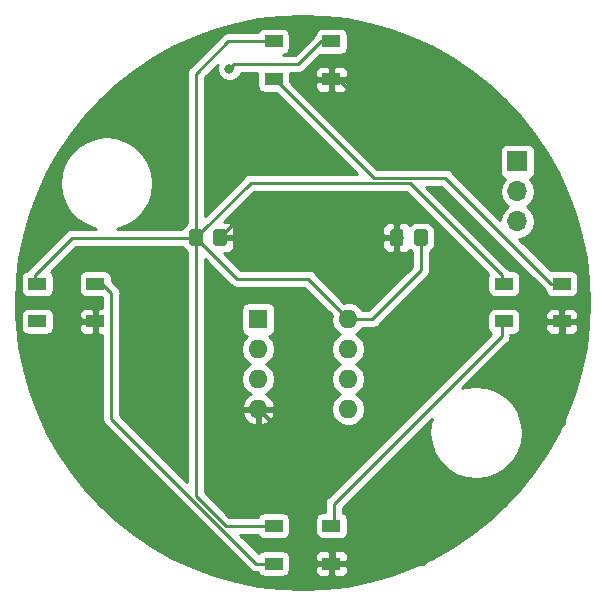
<source format=gbr>
G04 #@! TF.GenerationSoftware,KiCad,Pcbnew,5.0.2+dfsg1-1*
G04 #@! TF.CreationDate,2019-07-05T17:04:00+02:00*
G04 #@! TF.ProjectId,PollFoll,506f6c6c-466f-46c6-9c2e-6b696361645f,rev?*
G04 #@! TF.SameCoordinates,Original*
G04 #@! TF.FileFunction,Copper,L1,Top*
G04 #@! TF.FilePolarity,Positive*
%FSLAX46Y46*%
G04 Gerber Fmt 4.6, Leading zero omitted, Abs format (unit mm)*
G04 Created by KiCad (PCBNEW 5.0.2+dfsg1-1) date vie 05 jul 2019 17:04:00 CEST*
%MOMM*%
%LPD*%
G01*
G04 APERTURE LIST*
G04 #@! TA.AperFunction,ComponentPad*
%ADD10R,1.700000X1.700000*%
G04 #@! TD*
G04 #@! TA.AperFunction,ComponentPad*
%ADD11O,1.700000X1.700000*%
G04 #@! TD*
G04 #@! TA.AperFunction,SMDPad,CuDef*
%ADD12R,1.500000X1.000000*%
G04 #@! TD*
G04 #@! TA.AperFunction,ComponentPad*
%ADD13R,1.600000X1.600000*%
G04 #@! TD*
G04 #@! TA.AperFunction,ComponentPad*
%ADD14O,1.600000X1.600000*%
G04 #@! TD*
G04 #@! TA.AperFunction,Conductor*
%ADD15C,0.100000*%
G04 #@! TD*
G04 #@! TA.AperFunction,SMDPad,CuDef*
%ADD16C,1.150000*%
G04 #@! TD*
G04 #@! TA.AperFunction,ViaPad*
%ADD17C,0.800000*%
G04 #@! TD*
G04 #@! TA.AperFunction,Conductor*
%ADD18C,0.350000*%
G04 #@! TD*
G04 #@! TA.AperFunction,Conductor*
%ADD19C,0.250000*%
G04 #@! TD*
G04 #@! TA.AperFunction,Conductor*
%ADD20C,0.254000*%
G04 #@! TD*
G04 APERTURE END LIST*
D10*
G04 #@! TO.P,J1,1*
G04 #@! TO.N,Net-(J1-Pad1)*
X154200000Y-67560000D03*
D11*
G04 #@! TO.P,J1,2*
G04 #@! TO.N,+3V3*
X154200000Y-70100000D03*
G04 #@! TO.P,J1,3*
G04 #@! TO.N,Net-(C1-Pad1)*
X154200000Y-72640000D03*
G04 #@! TD*
D12*
G04 #@! TO.P,D4,1*
G04 #@! TO.N,Net-(C1-Pad1)*
X113550000Y-77900000D03*
G04 #@! TO.P,D4,2*
G04 #@! TO.N,Net-(D4-Pad2)*
X113550000Y-81100000D03*
G04 #@! TO.P,D4,4*
G04 #@! TO.N,Net-(D3-Pad2)*
X118450000Y-77900000D03*
G04 #@! TO.P,D4,3*
G04 #@! TO.N,GND*
X118450000Y-81100000D03*
G04 #@! TD*
G04 #@! TO.P,D3,3*
G04 #@! TO.N,GND*
X138450000Y-101600000D03*
G04 #@! TO.P,D3,4*
G04 #@! TO.N,Net-(D2-Pad2)*
X138450000Y-98400000D03*
G04 #@! TO.P,D3,2*
G04 #@! TO.N,Net-(D3-Pad2)*
X133550000Y-101600000D03*
G04 #@! TO.P,D3,1*
G04 #@! TO.N,Net-(C1-Pad1)*
X133550000Y-98400000D03*
G04 #@! TD*
G04 #@! TO.P,D2,1*
G04 #@! TO.N,Net-(C1-Pad1)*
X153050000Y-77900000D03*
G04 #@! TO.P,D2,2*
G04 #@! TO.N,Net-(D2-Pad2)*
X153050000Y-81100000D03*
G04 #@! TO.P,D2,4*
G04 #@! TO.N,Net-(D1-Pad2)*
X157950000Y-77900000D03*
G04 #@! TO.P,D2,3*
G04 #@! TO.N,GND*
X157950000Y-81100000D03*
G04 #@! TD*
G04 #@! TO.P,D1,3*
G04 #@! TO.N,GND*
X138450000Y-60600000D03*
G04 #@! TO.P,D1,4*
G04 #@! TO.N,PB3*
X138450000Y-57400000D03*
G04 #@! TO.P,D1,2*
G04 #@! TO.N,Net-(D1-Pad2)*
X133550000Y-60600000D03*
G04 #@! TO.P,D1,1*
G04 #@! TO.N,Net-(C1-Pad1)*
X133550000Y-57400000D03*
G04 #@! TD*
D13*
G04 #@! TO.P,U1,1*
G04 #@! TO.N,Net-(U1-Pad1)*
X132250000Y-80900000D03*
D14*
G04 #@! TO.P,U1,5*
G04 #@! TO.N,Net-(U1-Pad5)*
X139870000Y-88520000D03*
G04 #@! TO.P,U1,2*
G04 #@! TO.N,PB3*
X132250000Y-83440000D03*
G04 #@! TO.P,U1,6*
G04 #@! TO.N,Net-(U1-Pad6)*
X139870000Y-85980000D03*
G04 #@! TO.P,U1,3*
G04 #@! TO.N,Net-(U1-Pad3)*
X132250000Y-85980000D03*
G04 #@! TO.P,U1,7*
G04 #@! TO.N,Net-(U1-Pad7)*
X139870000Y-83440000D03*
G04 #@! TO.P,U1,4*
G04 #@! TO.N,GND*
X132250000Y-88520000D03*
G04 #@! TO.P,U1,8*
G04 #@! TO.N,Net-(C1-Pad1)*
X139870000Y-80900000D03*
G04 #@! TD*
D15*
G04 #@! TO.N,Net-(C1-Pad1)*
G04 #@! TO.C,C2*
G36*
X127324505Y-73301204D02*
X127348773Y-73304804D01*
X127372572Y-73310765D01*
X127395671Y-73319030D01*
X127417850Y-73329520D01*
X127438893Y-73342132D01*
X127458599Y-73356747D01*
X127476777Y-73373223D01*
X127493253Y-73391401D01*
X127507868Y-73411107D01*
X127520480Y-73432150D01*
X127530970Y-73454329D01*
X127539235Y-73477428D01*
X127545196Y-73501227D01*
X127548796Y-73525495D01*
X127550000Y-73549999D01*
X127550000Y-74450001D01*
X127548796Y-74474505D01*
X127545196Y-74498773D01*
X127539235Y-74522572D01*
X127530970Y-74545671D01*
X127520480Y-74567850D01*
X127507868Y-74588893D01*
X127493253Y-74608599D01*
X127476777Y-74626777D01*
X127458599Y-74643253D01*
X127438893Y-74657868D01*
X127417850Y-74670480D01*
X127395671Y-74680970D01*
X127372572Y-74689235D01*
X127348773Y-74695196D01*
X127324505Y-74698796D01*
X127300001Y-74700000D01*
X126649999Y-74700000D01*
X126625495Y-74698796D01*
X126601227Y-74695196D01*
X126577428Y-74689235D01*
X126554329Y-74680970D01*
X126532150Y-74670480D01*
X126511107Y-74657868D01*
X126491401Y-74643253D01*
X126473223Y-74626777D01*
X126456747Y-74608599D01*
X126442132Y-74588893D01*
X126429520Y-74567850D01*
X126419030Y-74545671D01*
X126410765Y-74522572D01*
X126404804Y-74498773D01*
X126401204Y-74474505D01*
X126400000Y-74450001D01*
X126400000Y-73549999D01*
X126401204Y-73525495D01*
X126404804Y-73501227D01*
X126410765Y-73477428D01*
X126419030Y-73454329D01*
X126429520Y-73432150D01*
X126442132Y-73411107D01*
X126456747Y-73391401D01*
X126473223Y-73373223D01*
X126491401Y-73356747D01*
X126511107Y-73342132D01*
X126532150Y-73329520D01*
X126554329Y-73319030D01*
X126577428Y-73310765D01*
X126601227Y-73304804D01*
X126625495Y-73301204D01*
X126649999Y-73300000D01*
X127300001Y-73300000D01*
X127324505Y-73301204D01*
X127324505Y-73301204D01*
G37*
D16*
G04 #@! TD*
G04 #@! TO.P,C2,2*
G04 #@! TO.N,Net-(C1-Pad1)*
X126975000Y-74000000D03*
D15*
G04 #@! TO.N,GND*
G04 #@! TO.C,C2*
G36*
X129374505Y-73301204D02*
X129398773Y-73304804D01*
X129422572Y-73310765D01*
X129445671Y-73319030D01*
X129467850Y-73329520D01*
X129488893Y-73342132D01*
X129508599Y-73356747D01*
X129526777Y-73373223D01*
X129543253Y-73391401D01*
X129557868Y-73411107D01*
X129570480Y-73432150D01*
X129580970Y-73454329D01*
X129589235Y-73477428D01*
X129595196Y-73501227D01*
X129598796Y-73525495D01*
X129600000Y-73549999D01*
X129600000Y-74450001D01*
X129598796Y-74474505D01*
X129595196Y-74498773D01*
X129589235Y-74522572D01*
X129580970Y-74545671D01*
X129570480Y-74567850D01*
X129557868Y-74588893D01*
X129543253Y-74608599D01*
X129526777Y-74626777D01*
X129508599Y-74643253D01*
X129488893Y-74657868D01*
X129467850Y-74670480D01*
X129445671Y-74680970D01*
X129422572Y-74689235D01*
X129398773Y-74695196D01*
X129374505Y-74698796D01*
X129350001Y-74700000D01*
X128699999Y-74700000D01*
X128675495Y-74698796D01*
X128651227Y-74695196D01*
X128627428Y-74689235D01*
X128604329Y-74680970D01*
X128582150Y-74670480D01*
X128561107Y-74657868D01*
X128541401Y-74643253D01*
X128523223Y-74626777D01*
X128506747Y-74608599D01*
X128492132Y-74588893D01*
X128479520Y-74567850D01*
X128469030Y-74545671D01*
X128460765Y-74522572D01*
X128454804Y-74498773D01*
X128451204Y-74474505D01*
X128450000Y-74450001D01*
X128450000Y-73549999D01*
X128451204Y-73525495D01*
X128454804Y-73501227D01*
X128460765Y-73477428D01*
X128469030Y-73454329D01*
X128479520Y-73432150D01*
X128492132Y-73411107D01*
X128506747Y-73391401D01*
X128523223Y-73373223D01*
X128541401Y-73356747D01*
X128561107Y-73342132D01*
X128582150Y-73329520D01*
X128604329Y-73319030D01*
X128627428Y-73310765D01*
X128651227Y-73304804D01*
X128675495Y-73301204D01*
X128699999Y-73300000D01*
X129350001Y-73300000D01*
X129374505Y-73301204D01*
X129374505Y-73301204D01*
G37*
D16*
G04 #@! TD*
G04 #@! TO.P,C2,1*
G04 #@! TO.N,GND*
X129025000Y-74000000D03*
D15*
G04 #@! TO.N,Net-(C1-Pad1)*
G04 #@! TO.C,C1*
G36*
X146374505Y-73301204D02*
X146398773Y-73304804D01*
X146422572Y-73310765D01*
X146445671Y-73319030D01*
X146467850Y-73329520D01*
X146488893Y-73342132D01*
X146508599Y-73356747D01*
X146526777Y-73373223D01*
X146543253Y-73391401D01*
X146557868Y-73411107D01*
X146570480Y-73432150D01*
X146580970Y-73454329D01*
X146589235Y-73477428D01*
X146595196Y-73501227D01*
X146598796Y-73525495D01*
X146600000Y-73549999D01*
X146600000Y-74450001D01*
X146598796Y-74474505D01*
X146595196Y-74498773D01*
X146589235Y-74522572D01*
X146580970Y-74545671D01*
X146570480Y-74567850D01*
X146557868Y-74588893D01*
X146543253Y-74608599D01*
X146526777Y-74626777D01*
X146508599Y-74643253D01*
X146488893Y-74657868D01*
X146467850Y-74670480D01*
X146445671Y-74680970D01*
X146422572Y-74689235D01*
X146398773Y-74695196D01*
X146374505Y-74698796D01*
X146350001Y-74700000D01*
X145699999Y-74700000D01*
X145675495Y-74698796D01*
X145651227Y-74695196D01*
X145627428Y-74689235D01*
X145604329Y-74680970D01*
X145582150Y-74670480D01*
X145561107Y-74657868D01*
X145541401Y-74643253D01*
X145523223Y-74626777D01*
X145506747Y-74608599D01*
X145492132Y-74588893D01*
X145479520Y-74567850D01*
X145469030Y-74545671D01*
X145460765Y-74522572D01*
X145454804Y-74498773D01*
X145451204Y-74474505D01*
X145450000Y-74450001D01*
X145450000Y-73549999D01*
X145451204Y-73525495D01*
X145454804Y-73501227D01*
X145460765Y-73477428D01*
X145469030Y-73454329D01*
X145479520Y-73432150D01*
X145492132Y-73411107D01*
X145506747Y-73391401D01*
X145523223Y-73373223D01*
X145541401Y-73356747D01*
X145561107Y-73342132D01*
X145582150Y-73329520D01*
X145604329Y-73319030D01*
X145627428Y-73310765D01*
X145651227Y-73304804D01*
X145675495Y-73301204D01*
X145699999Y-73300000D01*
X146350001Y-73300000D01*
X146374505Y-73301204D01*
X146374505Y-73301204D01*
G37*
D16*
G04 #@! TD*
G04 #@! TO.P,C1,1*
G04 #@! TO.N,Net-(C1-Pad1)*
X146025000Y-74000000D03*
D15*
G04 #@! TO.N,GND*
G04 #@! TO.C,C1*
G36*
X144324505Y-73301204D02*
X144348773Y-73304804D01*
X144372572Y-73310765D01*
X144395671Y-73319030D01*
X144417850Y-73329520D01*
X144438893Y-73342132D01*
X144458599Y-73356747D01*
X144476777Y-73373223D01*
X144493253Y-73391401D01*
X144507868Y-73411107D01*
X144520480Y-73432150D01*
X144530970Y-73454329D01*
X144539235Y-73477428D01*
X144545196Y-73501227D01*
X144548796Y-73525495D01*
X144550000Y-73549999D01*
X144550000Y-74450001D01*
X144548796Y-74474505D01*
X144545196Y-74498773D01*
X144539235Y-74522572D01*
X144530970Y-74545671D01*
X144520480Y-74567850D01*
X144507868Y-74588893D01*
X144493253Y-74608599D01*
X144476777Y-74626777D01*
X144458599Y-74643253D01*
X144438893Y-74657868D01*
X144417850Y-74670480D01*
X144395671Y-74680970D01*
X144372572Y-74689235D01*
X144348773Y-74695196D01*
X144324505Y-74698796D01*
X144300001Y-74700000D01*
X143649999Y-74700000D01*
X143625495Y-74698796D01*
X143601227Y-74695196D01*
X143577428Y-74689235D01*
X143554329Y-74680970D01*
X143532150Y-74670480D01*
X143511107Y-74657868D01*
X143491401Y-74643253D01*
X143473223Y-74626777D01*
X143456747Y-74608599D01*
X143442132Y-74588893D01*
X143429520Y-74567850D01*
X143419030Y-74545671D01*
X143410765Y-74522572D01*
X143404804Y-74498773D01*
X143401204Y-74474505D01*
X143400000Y-74450001D01*
X143400000Y-73549999D01*
X143401204Y-73525495D01*
X143404804Y-73501227D01*
X143410765Y-73477428D01*
X143419030Y-73454329D01*
X143429520Y-73432150D01*
X143442132Y-73411107D01*
X143456747Y-73391401D01*
X143473223Y-73373223D01*
X143491401Y-73356747D01*
X143511107Y-73342132D01*
X143532150Y-73329520D01*
X143554329Y-73319030D01*
X143577428Y-73310765D01*
X143601227Y-73304804D01*
X143625495Y-73301204D01*
X143649999Y-73300000D01*
X144300001Y-73300000D01*
X144324505Y-73301204D01*
X144324505Y-73301204D01*
G37*
D16*
G04 #@! TD*
G04 #@! TO.P,C1,2*
G04 #@! TO.N,GND*
X143975000Y-74000000D03*
D17*
G04 #@! TO.N,GND*
X124100000Y-84300000D03*
X141600000Y-63900000D03*
X136200000Y-71400000D03*
X132400000Y-64300000D03*
G04 #@! TO.N,PB3*
X129800000Y-59700000D03*
G04 #@! TD*
D18*
G04 #@! TO.N,GND*
X138650000Y-100750000D02*
X138650000Y-101600000D01*
X134575001Y-96675001D02*
X138650000Y-100750000D01*
X134575001Y-90845001D02*
X134575001Y-96675001D01*
X132250000Y-88520000D02*
X134575001Y-90845001D01*
X138650000Y-60600000D02*
X139000000Y-60600000D01*
X141600000Y-63200000D02*
X141600000Y-63900000D01*
X139000000Y-60600000D02*
X141600000Y-63200000D01*
X129025000Y-74000000D02*
X131625000Y-71400000D01*
X143975000Y-74000000D02*
X138800000Y-74000000D01*
X136599999Y-71799999D02*
X136200000Y-71400000D01*
X135634315Y-71400000D02*
X136200000Y-71400000D01*
X138800000Y-74000000D02*
X136599999Y-71799999D01*
X131625000Y-71400000D02*
X135634315Y-71400000D01*
X158150000Y-81950000D02*
X158150000Y-81100000D01*
X158150000Y-89750000D02*
X158150000Y-81950000D01*
X138650000Y-101600000D02*
X146300000Y-101600000D01*
X146300000Y-101600000D02*
X158150000Y-89750000D01*
X124100000Y-78800000D02*
X124100000Y-84300000D01*
X121200000Y-75900000D02*
X124100000Y-78800000D01*
X117700000Y-75900000D02*
X121200000Y-75900000D01*
X117400000Y-81100000D02*
X116700000Y-80400000D01*
X118650000Y-81100000D02*
X117400000Y-81100000D01*
X116700000Y-80400000D02*
X116700000Y-76900000D01*
X116700000Y-76900000D02*
X117700000Y-75900000D01*
D19*
G04 #@! TO.N,Net-(D1-Pad2)*
X148074989Y-68924989D02*
X157050000Y-77900000D01*
X142024989Y-68924989D02*
X148074989Y-68924989D01*
X157050000Y-77900000D02*
X158150000Y-77900000D01*
X133700000Y-60600000D02*
X142024989Y-68924989D01*
X133350000Y-60600000D02*
X133700000Y-60600000D01*
G04 #@! TO.N,Net-(D2-Pad2)*
X138650000Y-96550000D02*
X138650000Y-98400000D01*
X152850000Y-81100000D02*
X152850000Y-82350000D01*
X152850000Y-82350000D02*
X138650000Y-96550000D01*
G04 #@! TO.N,PB3*
X137550000Y-57400000D02*
X138650000Y-57400000D01*
X135649999Y-59300001D02*
X137550000Y-57400000D01*
X130199999Y-59300001D02*
X135649999Y-59300001D01*
X129800000Y-59700000D02*
X130199999Y-59300001D01*
G04 #@! TO.N,Net-(D3-Pad2)*
X119825001Y-78725001D02*
X119000000Y-77900000D01*
X119825001Y-89361411D02*
X119825001Y-78725001D01*
X133350000Y-101600000D02*
X132063590Y-101600000D01*
X119000000Y-77900000D02*
X118650000Y-77900000D01*
X132063590Y-101600000D02*
X119825001Y-89361411D01*
G04 #@! TO.N,Net-(C1-Pad1)*
X136470000Y-77500000D02*
X139070001Y-80100001D01*
X130475000Y-77500000D02*
X136470000Y-77500000D01*
X139070001Y-80100001D02*
X139870000Y-80900000D01*
X126975000Y-74000000D02*
X130475000Y-77500000D01*
X113350000Y-77150000D02*
X113350000Y-77900000D01*
X116500000Y-74000000D02*
X113350000Y-77150000D01*
X126975000Y-74000000D02*
X116500000Y-74000000D01*
X126975000Y-74000000D02*
X126975000Y-60125000D01*
X129700000Y-57400000D02*
X133350000Y-57400000D01*
X126975000Y-60125000D02*
X129700000Y-57400000D01*
X126975000Y-74000000D02*
X126975000Y-95875000D01*
X129500000Y-98400000D02*
X133350000Y-98400000D01*
X126975000Y-95875000D02*
X129500000Y-98400000D01*
X127598372Y-73376628D02*
X126975000Y-74000000D01*
X131600001Y-69374999D02*
X127598372Y-73376628D01*
X152850000Y-77150000D02*
X145074999Y-69374999D01*
X145074999Y-69374999D02*
X131600001Y-69374999D01*
X152850000Y-77900000D02*
X152850000Y-77150000D01*
X146025000Y-74000000D02*
X146025000Y-76775000D01*
X141900000Y-80900000D02*
X139870000Y-80900000D01*
X146025000Y-76775000D02*
X141900000Y-80900000D01*
G04 #@! TD*
D20*
G04 #@! TO.N,GND*
G36*
X137903810Y-55309801D02*
X139795882Y-55533742D01*
X141664552Y-55905444D01*
X143498297Y-56422614D01*
X145285813Y-57082063D01*
X147016079Y-57879727D01*
X148678428Y-58810686D01*
X150262609Y-59869203D01*
X151758857Y-61048749D01*
X153157946Y-62342054D01*
X154451251Y-63741143D01*
X155630797Y-65237391D01*
X156689314Y-66821572D01*
X157620273Y-68483921D01*
X158417937Y-70214187D01*
X159077386Y-72001703D01*
X159594556Y-73835448D01*
X159966258Y-75704118D01*
X160190199Y-77596190D01*
X160265000Y-79500000D01*
X160190199Y-81403810D01*
X159966258Y-83295882D01*
X159594556Y-85164552D01*
X159077386Y-86998297D01*
X158417937Y-88785813D01*
X157620273Y-90516079D01*
X156689314Y-92178428D01*
X155630797Y-93762609D01*
X154451251Y-95258857D01*
X153157946Y-96657946D01*
X151758857Y-97951251D01*
X150262609Y-99130797D01*
X148678428Y-100189314D01*
X147016079Y-101120273D01*
X145285813Y-101917937D01*
X143498297Y-102577386D01*
X141664552Y-103094556D01*
X139795882Y-103466258D01*
X137903810Y-103690199D01*
X136000000Y-103765000D01*
X134096190Y-103690199D01*
X132204118Y-103466258D01*
X130335448Y-103094556D01*
X128501703Y-102577386D01*
X126714187Y-101917937D01*
X124983921Y-101120273D01*
X123321572Y-100189314D01*
X121737391Y-99130797D01*
X120241143Y-97951251D01*
X118842054Y-96657946D01*
X117548749Y-95258857D01*
X116369203Y-93762609D01*
X115310686Y-92178428D01*
X114379727Y-90516079D01*
X113582063Y-88785813D01*
X112922614Y-86998297D01*
X112405444Y-85164552D01*
X112033742Y-83295882D01*
X111809801Y-81403810D01*
X111778220Y-80600000D01*
X112152560Y-80600000D01*
X112152560Y-81600000D01*
X112201843Y-81847765D01*
X112342191Y-82057809D01*
X112552235Y-82198157D01*
X112800000Y-82247440D01*
X114300000Y-82247440D01*
X114547765Y-82198157D01*
X114757809Y-82057809D01*
X114898157Y-81847765D01*
X114947440Y-81600000D01*
X114947440Y-81385750D01*
X117065000Y-81385750D01*
X117065000Y-81726310D01*
X117161673Y-81959699D01*
X117340302Y-82138327D01*
X117573691Y-82235000D01*
X118164250Y-82235000D01*
X118323000Y-82076250D01*
X118323000Y-81227000D01*
X117223750Y-81227000D01*
X117065000Y-81385750D01*
X114947440Y-81385750D01*
X114947440Y-80600000D01*
X114922316Y-80473690D01*
X117065000Y-80473690D01*
X117065000Y-80814250D01*
X117223750Y-80973000D01*
X118323000Y-80973000D01*
X118323000Y-80123750D01*
X118164250Y-79965000D01*
X117573691Y-79965000D01*
X117340302Y-80061673D01*
X117161673Y-80240301D01*
X117065000Y-80473690D01*
X114922316Y-80473690D01*
X114898157Y-80352235D01*
X114757809Y-80142191D01*
X114547765Y-80001843D01*
X114300000Y-79952560D01*
X112800000Y-79952560D01*
X112552235Y-80001843D01*
X112342191Y-80142191D01*
X112201843Y-80352235D01*
X112152560Y-80600000D01*
X111778220Y-80600000D01*
X111735000Y-79500000D01*
X111809801Y-77596190D01*
X111833021Y-77400000D01*
X112152560Y-77400000D01*
X112152560Y-78400000D01*
X112201843Y-78647765D01*
X112342191Y-78857809D01*
X112552235Y-78998157D01*
X112800000Y-79047440D01*
X114300000Y-79047440D01*
X114547765Y-78998157D01*
X114757809Y-78857809D01*
X114898157Y-78647765D01*
X114947440Y-78400000D01*
X114947440Y-77400000D01*
X114898157Y-77152235D01*
X114757809Y-76942191D01*
X114682758Y-76892043D01*
X116814802Y-74760000D01*
X125814222Y-74760000D01*
X125820873Y-74793436D01*
X126015414Y-75084586D01*
X126215000Y-75217946D01*
X126215001Y-94676609D01*
X120585001Y-89046610D01*
X120585001Y-78799849D01*
X120599889Y-78725001D01*
X120585001Y-78650153D01*
X120585001Y-78650149D01*
X120540905Y-78428464D01*
X120372930Y-78177072D01*
X120309474Y-78134672D01*
X119847440Y-77672639D01*
X119847440Y-77400000D01*
X119798157Y-77152235D01*
X119657809Y-76942191D01*
X119447765Y-76801843D01*
X119200000Y-76752560D01*
X117700000Y-76752560D01*
X117452235Y-76801843D01*
X117242191Y-76942191D01*
X117101843Y-77152235D01*
X117052560Y-77400000D01*
X117052560Y-78400000D01*
X117101843Y-78647765D01*
X117242191Y-78857809D01*
X117452235Y-78998157D01*
X117700000Y-79047440D01*
X119065002Y-79047440D01*
X119065002Y-79965000D01*
X118735750Y-79965000D01*
X118577000Y-80123750D01*
X118577000Y-80973000D01*
X118597000Y-80973000D01*
X118597000Y-81227000D01*
X118577000Y-81227000D01*
X118577000Y-82076250D01*
X118735750Y-82235000D01*
X119065002Y-82235000D01*
X119065001Y-89286564D01*
X119050113Y-89361411D01*
X119065001Y-89436258D01*
X119065001Y-89436262D01*
X119109097Y-89657947D01*
X119277072Y-89909340D01*
X119340531Y-89951742D01*
X131473261Y-102084473D01*
X131515661Y-102147929D01*
X131767053Y-102315904D01*
X131988738Y-102360000D01*
X131988742Y-102360000D01*
X132063590Y-102374888D01*
X132138438Y-102360000D01*
X132210018Y-102360000D01*
X132342191Y-102557809D01*
X132552235Y-102698157D01*
X132800000Y-102747440D01*
X134300000Y-102747440D01*
X134547765Y-102698157D01*
X134757809Y-102557809D01*
X134898157Y-102347765D01*
X134947440Y-102100000D01*
X134947440Y-101885750D01*
X137065000Y-101885750D01*
X137065000Y-102226310D01*
X137161673Y-102459699D01*
X137340302Y-102638327D01*
X137573691Y-102735000D01*
X138164250Y-102735000D01*
X138323000Y-102576250D01*
X138323000Y-101727000D01*
X138577000Y-101727000D01*
X138577000Y-102576250D01*
X138735750Y-102735000D01*
X139326309Y-102735000D01*
X139559698Y-102638327D01*
X139738327Y-102459699D01*
X139835000Y-102226310D01*
X139835000Y-101885750D01*
X139676250Y-101727000D01*
X138577000Y-101727000D01*
X138323000Y-101727000D01*
X137223750Y-101727000D01*
X137065000Y-101885750D01*
X134947440Y-101885750D01*
X134947440Y-101100000D01*
X134922316Y-100973690D01*
X137065000Y-100973690D01*
X137065000Y-101314250D01*
X137223750Y-101473000D01*
X138323000Y-101473000D01*
X138323000Y-100623750D01*
X138577000Y-100623750D01*
X138577000Y-101473000D01*
X139676250Y-101473000D01*
X139835000Y-101314250D01*
X139835000Y-100973690D01*
X139738327Y-100740301D01*
X139559698Y-100561673D01*
X139326309Y-100465000D01*
X138735750Y-100465000D01*
X138577000Y-100623750D01*
X138323000Y-100623750D01*
X138164250Y-100465000D01*
X137573691Y-100465000D01*
X137340302Y-100561673D01*
X137161673Y-100740301D01*
X137065000Y-100973690D01*
X134922316Y-100973690D01*
X134898157Y-100852235D01*
X134757809Y-100642191D01*
X134547765Y-100501843D01*
X134300000Y-100452560D01*
X132800000Y-100452560D01*
X132552235Y-100501843D01*
X132342191Y-100642191D01*
X132277460Y-100739068D01*
X130698392Y-99160000D01*
X132210018Y-99160000D01*
X132342191Y-99357809D01*
X132552235Y-99498157D01*
X132800000Y-99547440D01*
X134300000Y-99547440D01*
X134547765Y-99498157D01*
X134757809Y-99357809D01*
X134898157Y-99147765D01*
X134947440Y-98900000D01*
X134947440Y-97900000D01*
X137052560Y-97900000D01*
X137052560Y-98900000D01*
X137101843Y-99147765D01*
X137242191Y-99357809D01*
X137452235Y-99498157D01*
X137700000Y-99547440D01*
X139200000Y-99547440D01*
X139447765Y-99498157D01*
X139657809Y-99357809D01*
X139798157Y-99147765D01*
X139847440Y-98900000D01*
X139847440Y-97900000D01*
X139798157Y-97652235D01*
X139657809Y-97442191D01*
X139447765Y-97301843D01*
X139410000Y-97294331D01*
X139410000Y-96864801D01*
X146948236Y-89326566D01*
X146831426Y-89677709D01*
X146745386Y-90555220D01*
X146855894Y-91429987D01*
X147157460Y-92258532D01*
X147635095Y-92999676D01*
X148265059Y-93616583D01*
X149016043Y-94078591D01*
X149850722Y-94362739D01*
X150727611Y-94454904D01*
X151603128Y-94350505D01*
X152433758Y-94054730D01*
X153178218Y-93582282D01*
X153799508Y-92956639D01*
X154266748Y-92208899D01*
X154556716Y-91376224D01*
X154655000Y-90500000D01*
X154653458Y-90389570D01*
X154530746Y-89516431D01*
X154217642Y-88692178D01*
X153729706Y-87957775D01*
X153091189Y-87349724D01*
X152333828Y-86898246D01*
X151495263Y-86625780D01*
X150617173Y-86545867D01*
X149743199Y-86662480D01*
X149534830Y-86739972D01*
X153334473Y-82940329D01*
X153397929Y-82897929D01*
X153565904Y-82646537D01*
X153610000Y-82424852D01*
X153610000Y-82424848D01*
X153624888Y-82350000D01*
X153610000Y-82275152D01*
X153610000Y-82247440D01*
X153800000Y-82247440D01*
X154047765Y-82198157D01*
X154257809Y-82057809D01*
X154398157Y-81847765D01*
X154447440Y-81600000D01*
X154447440Y-81385750D01*
X156565000Y-81385750D01*
X156565000Y-81726310D01*
X156661673Y-81959699D01*
X156840302Y-82138327D01*
X157073691Y-82235000D01*
X157664250Y-82235000D01*
X157823000Y-82076250D01*
X157823000Y-81227000D01*
X158077000Y-81227000D01*
X158077000Y-82076250D01*
X158235750Y-82235000D01*
X158826309Y-82235000D01*
X159059698Y-82138327D01*
X159238327Y-81959699D01*
X159335000Y-81726310D01*
X159335000Y-81385750D01*
X159176250Y-81227000D01*
X158077000Y-81227000D01*
X157823000Y-81227000D01*
X156723750Y-81227000D01*
X156565000Y-81385750D01*
X154447440Y-81385750D01*
X154447440Y-80600000D01*
X154422316Y-80473690D01*
X156565000Y-80473690D01*
X156565000Y-80814250D01*
X156723750Y-80973000D01*
X157823000Y-80973000D01*
X157823000Y-80123750D01*
X158077000Y-80123750D01*
X158077000Y-80973000D01*
X159176250Y-80973000D01*
X159335000Y-80814250D01*
X159335000Y-80473690D01*
X159238327Y-80240301D01*
X159059698Y-80061673D01*
X158826309Y-79965000D01*
X158235750Y-79965000D01*
X158077000Y-80123750D01*
X157823000Y-80123750D01*
X157664250Y-79965000D01*
X157073691Y-79965000D01*
X156840302Y-80061673D01*
X156661673Y-80240301D01*
X156565000Y-80473690D01*
X154422316Y-80473690D01*
X154398157Y-80352235D01*
X154257809Y-80142191D01*
X154047765Y-80001843D01*
X153800000Y-79952560D01*
X152300000Y-79952560D01*
X152052235Y-80001843D01*
X151842191Y-80142191D01*
X151701843Y-80352235D01*
X151652560Y-80600000D01*
X151652560Y-81600000D01*
X151701843Y-81847765D01*
X151842191Y-82057809D01*
X151977187Y-82148011D01*
X138165530Y-95959669D01*
X138102071Y-96002071D01*
X137934096Y-96253464D01*
X137890000Y-96475149D01*
X137890000Y-96475153D01*
X137875112Y-96550000D01*
X137890000Y-96624847D01*
X137890000Y-97252560D01*
X137700000Y-97252560D01*
X137452235Y-97301843D01*
X137242191Y-97442191D01*
X137101843Y-97652235D01*
X137052560Y-97900000D01*
X134947440Y-97900000D01*
X134898157Y-97652235D01*
X134757809Y-97442191D01*
X134547765Y-97301843D01*
X134300000Y-97252560D01*
X132800000Y-97252560D01*
X132552235Y-97301843D01*
X132342191Y-97442191D01*
X132210018Y-97640000D01*
X129814802Y-97640000D01*
X127735000Y-95560199D01*
X127735000Y-88869039D01*
X130858096Y-88869039D01*
X131018959Y-89257423D01*
X131394866Y-89672389D01*
X131900959Y-89911914D01*
X132123000Y-89790629D01*
X132123000Y-88647000D01*
X132377000Y-88647000D01*
X132377000Y-89790629D01*
X132599041Y-89911914D01*
X133105134Y-89672389D01*
X133481041Y-89257423D01*
X133641904Y-88869039D01*
X133519915Y-88647000D01*
X132377000Y-88647000D01*
X132123000Y-88647000D01*
X130980085Y-88647000D01*
X130858096Y-88869039D01*
X127735000Y-88869039D01*
X127735000Y-83440000D01*
X130786887Y-83440000D01*
X130898260Y-83999909D01*
X131215423Y-84474577D01*
X131567758Y-84710000D01*
X131215423Y-84945423D01*
X130898260Y-85420091D01*
X130786887Y-85980000D01*
X130898260Y-86539909D01*
X131215423Y-87014577D01*
X131599108Y-87270947D01*
X131394866Y-87367611D01*
X131018959Y-87782577D01*
X130858096Y-88170961D01*
X130980085Y-88393000D01*
X132123000Y-88393000D01*
X132123000Y-88373000D01*
X132377000Y-88373000D01*
X132377000Y-88393000D01*
X133519915Y-88393000D01*
X133641904Y-88170961D01*
X133481041Y-87782577D01*
X133105134Y-87367611D01*
X132900892Y-87270947D01*
X133284577Y-87014577D01*
X133601740Y-86539909D01*
X133713113Y-85980000D01*
X133601740Y-85420091D01*
X133284577Y-84945423D01*
X132932242Y-84710000D01*
X133284577Y-84474577D01*
X133601740Y-83999909D01*
X133713113Y-83440000D01*
X133601740Y-82880091D01*
X133284577Y-82405423D01*
X133163894Y-82324785D01*
X133297765Y-82298157D01*
X133507809Y-82157809D01*
X133648157Y-81947765D01*
X133697440Y-81700000D01*
X133697440Y-80100000D01*
X133648157Y-79852235D01*
X133507809Y-79642191D01*
X133297765Y-79501843D01*
X133050000Y-79452560D01*
X131450000Y-79452560D01*
X131202235Y-79501843D01*
X130992191Y-79642191D01*
X130851843Y-79852235D01*
X130802560Y-80100000D01*
X130802560Y-81700000D01*
X130851843Y-81947765D01*
X130992191Y-82157809D01*
X131202235Y-82298157D01*
X131336106Y-82324785D01*
X131215423Y-82405423D01*
X130898260Y-82880091D01*
X130786887Y-83440000D01*
X127735000Y-83440000D01*
X127735000Y-75834802D01*
X129884673Y-77984476D01*
X129927071Y-78047929D01*
X129990524Y-78090327D01*
X129990526Y-78090329D01*
X130115902Y-78174102D01*
X130178463Y-78215904D01*
X130400148Y-78260000D01*
X130400152Y-78260000D01*
X130474999Y-78274888D01*
X130549846Y-78260000D01*
X136155199Y-78260000D01*
X138471312Y-80576114D01*
X138406887Y-80900000D01*
X138518260Y-81459909D01*
X138835423Y-81934577D01*
X139187758Y-82170000D01*
X138835423Y-82405423D01*
X138518260Y-82880091D01*
X138406887Y-83440000D01*
X138518260Y-83999909D01*
X138835423Y-84474577D01*
X139187758Y-84710000D01*
X138835423Y-84945423D01*
X138518260Y-85420091D01*
X138406887Y-85980000D01*
X138518260Y-86539909D01*
X138835423Y-87014577D01*
X139187758Y-87250000D01*
X138835423Y-87485423D01*
X138518260Y-87960091D01*
X138406887Y-88520000D01*
X138518260Y-89079909D01*
X138835423Y-89554577D01*
X139310091Y-89871740D01*
X139728667Y-89955000D01*
X140011333Y-89955000D01*
X140429909Y-89871740D01*
X140904577Y-89554577D01*
X141221740Y-89079909D01*
X141333113Y-88520000D01*
X141221740Y-87960091D01*
X140904577Y-87485423D01*
X140552242Y-87250000D01*
X140904577Y-87014577D01*
X141221740Y-86539909D01*
X141333113Y-85980000D01*
X141221740Y-85420091D01*
X140904577Y-84945423D01*
X140552242Y-84710000D01*
X140904577Y-84474577D01*
X141221740Y-83999909D01*
X141333113Y-83440000D01*
X141221740Y-82880091D01*
X140904577Y-82405423D01*
X140552242Y-82170000D01*
X140904577Y-81934577D01*
X141088043Y-81660000D01*
X141825153Y-81660000D01*
X141900000Y-81674888D01*
X141974847Y-81660000D01*
X141974852Y-81660000D01*
X142196537Y-81615904D01*
X142447929Y-81447929D01*
X142490331Y-81384470D01*
X146509473Y-77365329D01*
X146572929Y-77322929D01*
X146740904Y-77071537D01*
X146785000Y-76849852D01*
X146785000Y-76849847D01*
X146799888Y-76775000D01*
X146785000Y-76700153D01*
X146785000Y-75217946D01*
X146984586Y-75084586D01*
X147179127Y-74793436D01*
X147247440Y-74450001D01*
X147247440Y-73549999D01*
X147179127Y-73206564D01*
X146984586Y-72915414D01*
X146693436Y-72720873D01*
X146350001Y-72652560D01*
X145699999Y-72652560D01*
X145356564Y-72720873D01*
X145065414Y-72915414D01*
X145064623Y-72916597D01*
X144909698Y-72761673D01*
X144676309Y-72665000D01*
X144260750Y-72665000D01*
X144102000Y-72823750D01*
X144102000Y-73873000D01*
X144122000Y-73873000D01*
X144122000Y-74127000D01*
X144102000Y-74127000D01*
X144102000Y-75176250D01*
X144260750Y-75335000D01*
X144676309Y-75335000D01*
X144909698Y-75238327D01*
X145064623Y-75083403D01*
X145065414Y-75084586D01*
X145265000Y-75217946D01*
X145265001Y-76460197D01*
X141585199Y-80140000D01*
X141088043Y-80140000D01*
X140904577Y-79865423D01*
X140429909Y-79548260D01*
X140011333Y-79465000D01*
X139728667Y-79465000D01*
X139546114Y-79501312D01*
X137060331Y-77015530D01*
X137017929Y-76952071D01*
X136766537Y-76784096D01*
X136544852Y-76740000D01*
X136544847Y-76740000D01*
X136470000Y-76725112D01*
X136395153Y-76740000D01*
X130789803Y-76740000D01*
X129384802Y-75335000D01*
X129726309Y-75335000D01*
X129959698Y-75238327D01*
X130138327Y-75059699D01*
X130235000Y-74826310D01*
X130235000Y-74285750D01*
X142765000Y-74285750D01*
X142765000Y-74826310D01*
X142861673Y-75059699D01*
X143040302Y-75238327D01*
X143273691Y-75335000D01*
X143689250Y-75335000D01*
X143848000Y-75176250D01*
X143848000Y-74127000D01*
X142923750Y-74127000D01*
X142765000Y-74285750D01*
X130235000Y-74285750D01*
X130076250Y-74127000D01*
X129152000Y-74127000D01*
X129152000Y-74147000D01*
X128898000Y-74147000D01*
X128898000Y-74127000D01*
X128878000Y-74127000D01*
X128878000Y-73873000D01*
X128898000Y-73873000D01*
X128898000Y-73853000D01*
X129152000Y-73853000D01*
X129152000Y-73873000D01*
X130076250Y-73873000D01*
X130235000Y-73714250D01*
X130235000Y-73173690D01*
X142765000Y-73173690D01*
X142765000Y-73714250D01*
X142923750Y-73873000D01*
X143848000Y-73873000D01*
X143848000Y-72823750D01*
X143689250Y-72665000D01*
X143273691Y-72665000D01*
X143040302Y-72761673D01*
X142861673Y-72940301D01*
X142765000Y-73173690D01*
X130235000Y-73173690D01*
X130138327Y-72940301D01*
X129959698Y-72761673D01*
X129726309Y-72665000D01*
X129384801Y-72665000D01*
X131914803Y-70134999D01*
X144760198Y-70134999D01*
X151732120Y-77106922D01*
X151701843Y-77152235D01*
X151652560Y-77400000D01*
X151652560Y-78400000D01*
X151701843Y-78647765D01*
X151842191Y-78857809D01*
X152052235Y-78998157D01*
X152300000Y-79047440D01*
X153800000Y-79047440D01*
X154047765Y-78998157D01*
X154257809Y-78857809D01*
X154398157Y-78647765D01*
X154447440Y-78400000D01*
X154447440Y-77400000D01*
X154398157Y-77152235D01*
X154257809Y-76942191D01*
X154047765Y-76801843D01*
X153800000Y-76752560D01*
X153498483Y-76752560D01*
X153397929Y-76602071D01*
X153334473Y-76559671D01*
X146459790Y-69684989D01*
X147760188Y-69684989D01*
X156459670Y-78384472D01*
X156502071Y-78447929D01*
X156571294Y-78494182D01*
X156601843Y-78647765D01*
X156742191Y-78857809D01*
X156952235Y-78998157D01*
X157200000Y-79047440D01*
X158700000Y-79047440D01*
X158947765Y-78998157D01*
X159157809Y-78857809D01*
X159298157Y-78647765D01*
X159347440Y-78400000D01*
X159347440Y-77400000D01*
X159298157Y-77152235D01*
X159157809Y-76942191D01*
X158947765Y-76801843D01*
X158700000Y-76752560D01*
X157200000Y-76752560D01*
X157014300Y-76789498D01*
X154349213Y-74124412D01*
X154779418Y-74038839D01*
X155270625Y-73710625D01*
X155598839Y-73219418D01*
X155714092Y-72640000D01*
X155598839Y-72060582D01*
X155270625Y-71569375D01*
X154972239Y-71370000D01*
X155270625Y-71170625D01*
X155598839Y-70679418D01*
X155714092Y-70100000D01*
X155598839Y-69520582D01*
X155270625Y-69029375D01*
X155252381Y-69017184D01*
X155297765Y-69008157D01*
X155507809Y-68867809D01*
X155648157Y-68657765D01*
X155697440Y-68410000D01*
X155697440Y-66710000D01*
X155648157Y-66462235D01*
X155507809Y-66252191D01*
X155297765Y-66111843D01*
X155050000Y-66062560D01*
X153350000Y-66062560D01*
X153102235Y-66111843D01*
X152892191Y-66252191D01*
X152751843Y-66462235D01*
X152702560Y-66710000D01*
X152702560Y-68410000D01*
X152751843Y-68657765D01*
X152892191Y-68867809D01*
X153102235Y-69008157D01*
X153147619Y-69017184D01*
X153129375Y-69029375D01*
X152801161Y-69520582D01*
X152685908Y-70100000D01*
X152801161Y-70679418D01*
X153129375Y-71170625D01*
X153427761Y-71370000D01*
X153129375Y-71569375D01*
X152801161Y-72060582D01*
X152715588Y-72490787D01*
X148665320Y-68440519D01*
X148622918Y-68377060D01*
X148371526Y-68209085D01*
X148149841Y-68164989D01*
X148149836Y-68164989D01*
X148074989Y-68150101D01*
X148000142Y-68164989D01*
X142339792Y-68164989D01*
X135060552Y-60885750D01*
X137065000Y-60885750D01*
X137065000Y-61226310D01*
X137161673Y-61459699D01*
X137340302Y-61638327D01*
X137573691Y-61735000D01*
X138164250Y-61735000D01*
X138323000Y-61576250D01*
X138323000Y-60727000D01*
X138577000Y-60727000D01*
X138577000Y-61576250D01*
X138735750Y-61735000D01*
X139326309Y-61735000D01*
X139559698Y-61638327D01*
X139738327Y-61459699D01*
X139835000Y-61226310D01*
X139835000Y-60885750D01*
X139676250Y-60727000D01*
X138577000Y-60727000D01*
X138323000Y-60727000D01*
X137223750Y-60727000D01*
X137065000Y-60885750D01*
X135060552Y-60885750D01*
X134947440Y-60772639D01*
X134947440Y-60100000D01*
X134939484Y-60060001D01*
X135575152Y-60060001D01*
X135649999Y-60074889D01*
X135724846Y-60060001D01*
X135724851Y-60060001D01*
X135946536Y-60015905D01*
X136009715Y-59973690D01*
X137065000Y-59973690D01*
X137065000Y-60314250D01*
X137223750Y-60473000D01*
X138323000Y-60473000D01*
X138323000Y-59623750D01*
X138577000Y-59623750D01*
X138577000Y-60473000D01*
X139676250Y-60473000D01*
X139835000Y-60314250D01*
X139835000Y-59973690D01*
X139738327Y-59740301D01*
X139559698Y-59561673D01*
X139326309Y-59465000D01*
X138735750Y-59465000D01*
X138577000Y-59623750D01*
X138323000Y-59623750D01*
X138164250Y-59465000D01*
X137573691Y-59465000D01*
X137340302Y-59561673D01*
X137161673Y-59740301D01*
X137065000Y-59973690D01*
X136009715Y-59973690D01*
X136197928Y-59847930D01*
X136240330Y-59784471D01*
X137514299Y-58510502D01*
X137700000Y-58547440D01*
X139200000Y-58547440D01*
X139447765Y-58498157D01*
X139657809Y-58357809D01*
X139798157Y-58147765D01*
X139847440Y-57900000D01*
X139847440Y-56900000D01*
X139798157Y-56652235D01*
X139657809Y-56442191D01*
X139447765Y-56301843D01*
X139200000Y-56252560D01*
X137700000Y-56252560D01*
X137452235Y-56301843D01*
X137242191Y-56442191D01*
X137101843Y-56652235D01*
X137071294Y-56805818D01*
X137002071Y-56852071D01*
X136959671Y-56915527D01*
X135335198Y-58540001D01*
X134337399Y-58540001D01*
X134547765Y-58498157D01*
X134757809Y-58357809D01*
X134898157Y-58147765D01*
X134947440Y-57900000D01*
X134947440Y-56900000D01*
X134898157Y-56652235D01*
X134757809Y-56442191D01*
X134547765Y-56301843D01*
X134300000Y-56252560D01*
X132800000Y-56252560D01*
X132552235Y-56301843D01*
X132342191Y-56442191D01*
X132210018Y-56640000D01*
X129774847Y-56640000D01*
X129700000Y-56625112D01*
X129625153Y-56640000D01*
X129625148Y-56640000D01*
X129403463Y-56684096D01*
X129152071Y-56852071D01*
X129109671Y-56915527D01*
X126490528Y-59534671D01*
X126427072Y-59577071D01*
X126384672Y-59640527D01*
X126384671Y-59640528D01*
X126259097Y-59828463D01*
X126200112Y-60125000D01*
X126215001Y-60199852D01*
X126215000Y-72782054D01*
X126015414Y-72915414D01*
X125820873Y-73206564D01*
X125814222Y-73240000D01*
X120332629Y-73240000D01*
X121133758Y-72954730D01*
X121878218Y-72482282D01*
X122499508Y-71856639D01*
X122966748Y-71108899D01*
X123256716Y-70276224D01*
X123355000Y-69400000D01*
X123353458Y-69289570D01*
X123230746Y-68416431D01*
X122917642Y-67592178D01*
X122429706Y-66857775D01*
X121791189Y-66249724D01*
X121033828Y-65798246D01*
X120195263Y-65525780D01*
X119317173Y-65445867D01*
X118443199Y-65562480D01*
X117616779Y-65869823D01*
X116878988Y-66352620D01*
X116266494Y-66986876D01*
X115809740Y-67741067D01*
X115531426Y-68577709D01*
X115445386Y-69455220D01*
X115555894Y-70329987D01*
X115857460Y-71158532D01*
X116335095Y-71899676D01*
X116965059Y-72516583D01*
X117716043Y-72978591D01*
X118483927Y-73240000D01*
X116574848Y-73240000D01*
X116500000Y-73225112D01*
X116425152Y-73240000D01*
X116425148Y-73240000D01*
X116251605Y-73274520D01*
X116203462Y-73284096D01*
X116097491Y-73354904D01*
X115952071Y-73452071D01*
X115909671Y-73515527D01*
X112865530Y-76559669D01*
X112802071Y-76602071D01*
X112686422Y-76775152D01*
X112552235Y-76801843D01*
X112342191Y-76942191D01*
X112201843Y-77152235D01*
X112152560Y-77400000D01*
X111833021Y-77400000D01*
X112033742Y-75704118D01*
X112405444Y-73835448D01*
X112922614Y-72001703D01*
X113582063Y-70214187D01*
X114379727Y-68483921D01*
X115310686Y-66821572D01*
X116369203Y-65237391D01*
X117548749Y-63741143D01*
X118842054Y-62342054D01*
X120241143Y-61048749D01*
X121737391Y-59869203D01*
X123321572Y-58810686D01*
X124983921Y-57879727D01*
X126714187Y-57082063D01*
X128501703Y-56422614D01*
X130335448Y-55905444D01*
X132204118Y-55533742D01*
X134096190Y-55309801D01*
X136000000Y-55235000D01*
X137903810Y-55309801D01*
X137903810Y-55309801D01*
G37*
X137903810Y-55309801D02*
X139795882Y-55533742D01*
X141664552Y-55905444D01*
X143498297Y-56422614D01*
X145285813Y-57082063D01*
X147016079Y-57879727D01*
X148678428Y-58810686D01*
X150262609Y-59869203D01*
X151758857Y-61048749D01*
X153157946Y-62342054D01*
X154451251Y-63741143D01*
X155630797Y-65237391D01*
X156689314Y-66821572D01*
X157620273Y-68483921D01*
X158417937Y-70214187D01*
X159077386Y-72001703D01*
X159594556Y-73835448D01*
X159966258Y-75704118D01*
X160190199Y-77596190D01*
X160265000Y-79500000D01*
X160190199Y-81403810D01*
X159966258Y-83295882D01*
X159594556Y-85164552D01*
X159077386Y-86998297D01*
X158417937Y-88785813D01*
X157620273Y-90516079D01*
X156689314Y-92178428D01*
X155630797Y-93762609D01*
X154451251Y-95258857D01*
X153157946Y-96657946D01*
X151758857Y-97951251D01*
X150262609Y-99130797D01*
X148678428Y-100189314D01*
X147016079Y-101120273D01*
X145285813Y-101917937D01*
X143498297Y-102577386D01*
X141664552Y-103094556D01*
X139795882Y-103466258D01*
X137903810Y-103690199D01*
X136000000Y-103765000D01*
X134096190Y-103690199D01*
X132204118Y-103466258D01*
X130335448Y-103094556D01*
X128501703Y-102577386D01*
X126714187Y-101917937D01*
X124983921Y-101120273D01*
X123321572Y-100189314D01*
X121737391Y-99130797D01*
X120241143Y-97951251D01*
X118842054Y-96657946D01*
X117548749Y-95258857D01*
X116369203Y-93762609D01*
X115310686Y-92178428D01*
X114379727Y-90516079D01*
X113582063Y-88785813D01*
X112922614Y-86998297D01*
X112405444Y-85164552D01*
X112033742Y-83295882D01*
X111809801Y-81403810D01*
X111778220Y-80600000D01*
X112152560Y-80600000D01*
X112152560Y-81600000D01*
X112201843Y-81847765D01*
X112342191Y-82057809D01*
X112552235Y-82198157D01*
X112800000Y-82247440D01*
X114300000Y-82247440D01*
X114547765Y-82198157D01*
X114757809Y-82057809D01*
X114898157Y-81847765D01*
X114947440Y-81600000D01*
X114947440Y-81385750D01*
X117065000Y-81385750D01*
X117065000Y-81726310D01*
X117161673Y-81959699D01*
X117340302Y-82138327D01*
X117573691Y-82235000D01*
X118164250Y-82235000D01*
X118323000Y-82076250D01*
X118323000Y-81227000D01*
X117223750Y-81227000D01*
X117065000Y-81385750D01*
X114947440Y-81385750D01*
X114947440Y-80600000D01*
X114922316Y-80473690D01*
X117065000Y-80473690D01*
X117065000Y-80814250D01*
X117223750Y-80973000D01*
X118323000Y-80973000D01*
X118323000Y-80123750D01*
X118164250Y-79965000D01*
X117573691Y-79965000D01*
X117340302Y-80061673D01*
X117161673Y-80240301D01*
X117065000Y-80473690D01*
X114922316Y-80473690D01*
X114898157Y-80352235D01*
X114757809Y-80142191D01*
X114547765Y-80001843D01*
X114300000Y-79952560D01*
X112800000Y-79952560D01*
X112552235Y-80001843D01*
X112342191Y-80142191D01*
X112201843Y-80352235D01*
X112152560Y-80600000D01*
X111778220Y-80600000D01*
X111735000Y-79500000D01*
X111809801Y-77596190D01*
X111833021Y-77400000D01*
X112152560Y-77400000D01*
X112152560Y-78400000D01*
X112201843Y-78647765D01*
X112342191Y-78857809D01*
X112552235Y-78998157D01*
X112800000Y-79047440D01*
X114300000Y-79047440D01*
X114547765Y-78998157D01*
X114757809Y-78857809D01*
X114898157Y-78647765D01*
X114947440Y-78400000D01*
X114947440Y-77400000D01*
X114898157Y-77152235D01*
X114757809Y-76942191D01*
X114682758Y-76892043D01*
X116814802Y-74760000D01*
X125814222Y-74760000D01*
X125820873Y-74793436D01*
X126015414Y-75084586D01*
X126215000Y-75217946D01*
X126215001Y-94676609D01*
X120585001Y-89046610D01*
X120585001Y-78799849D01*
X120599889Y-78725001D01*
X120585001Y-78650153D01*
X120585001Y-78650149D01*
X120540905Y-78428464D01*
X120372930Y-78177072D01*
X120309474Y-78134672D01*
X119847440Y-77672639D01*
X119847440Y-77400000D01*
X119798157Y-77152235D01*
X119657809Y-76942191D01*
X119447765Y-76801843D01*
X119200000Y-76752560D01*
X117700000Y-76752560D01*
X117452235Y-76801843D01*
X117242191Y-76942191D01*
X117101843Y-77152235D01*
X117052560Y-77400000D01*
X117052560Y-78400000D01*
X117101843Y-78647765D01*
X117242191Y-78857809D01*
X117452235Y-78998157D01*
X117700000Y-79047440D01*
X119065002Y-79047440D01*
X119065002Y-79965000D01*
X118735750Y-79965000D01*
X118577000Y-80123750D01*
X118577000Y-80973000D01*
X118597000Y-80973000D01*
X118597000Y-81227000D01*
X118577000Y-81227000D01*
X118577000Y-82076250D01*
X118735750Y-82235000D01*
X119065002Y-82235000D01*
X119065001Y-89286564D01*
X119050113Y-89361411D01*
X119065001Y-89436258D01*
X119065001Y-89436262D01*
X119109097Y-89657947D01*
X119277072Y-89909340D01*
X119340531Y-89951742D01*
X131473261Y-102084473D01*
X131515661Y-102147929D01*
X131767053Y-102315904D01*
X131988738Y-102360000D01*
X131988742Y-102360000D01*
X132063590Y-102374888D01*
X132138438Y-102360000D01*
X132210018Y-102360000D01*
X132342191Y-102557809D01*
X132552235Y-102698157D01*
X132800000Y-102747440D01*
X134300000Y-102747440D01*
X134547765Y-102698157D01*
X134757809Y-102557809D01*
X134898157Y-102347765D01*
X134947440Y-102100000D01*
X134947440Y-101885750D01*
X137065000Y-101885750D01*
X137065000Y-102226310D01*
X137161673Y-102459699D01*
X137340302Y-102638327D01*
X137573691Y-102735000D01*
X138164250Y-102735000D01*
X138323000Y-102576250D01*
X138323000Y-101727000D01*
X138577000Y-101727000D01*
X138577000Y-102576250D01*
X138735750Y-102735000D01*
X139326309Y-102735000D01*
X139559698Y-102638327D01*
X139738327Y-102459699D01*
X139835000Y-102226310D01*
X139835000Y-101885750D01*
X139676250Y-101727000D01*
X138577000Y-101727000D01*
X138323000Y-101727000D01*
X137223750Y-101727000D01*
X137065000Y-101885750D01*
X134947440Y-101885750D01*
X134947440Y-101100000D01*
X134922316Y-100973690D01*
X137065000Y-100973690D01*
X137065000Y-101314250D01*
X137223750Y-101473000D01*
X138323000Y-101473000D01*
X138323000Y-100623750D01*
X138577000Y-100623750D01*
X138577000Y-101473000D01*
X139676250Y-101473000D01*
X139835000Y-101314250D01*
X139835000Y-100973690D01*
X139738327Y-100740301D01*
X139559698Y-100561673D01*
X139326309Y-100465000D01*
X138735750Y-100465000D01*
X138577000Y-100623750D01*
X138323000Y-100623750D01*
X138164250Y-100465000D01*
X137573691Y-100465000D01*
X137340302Y-100561673D01*
X137161673Y-100740301D01*
X137065000Y-100973690D01*
X134922316Y-100973690D01*
X134898157Y-100852235D01*
X134757809Y-100642191D01*
X134547765Y-100501843D01*
X134300000Y-100452560D01*
X132800000Y-100452560D01*
X132552235Y-100501843D01*
X132342191Y-100642191D01*
X132277460Y-100739068D01*
X130698392Y-99160000D01*
X132210018Y-99160000D01*
X132342191Y-99357809D01*
X132552235Y-99498157D01*
X132800000Y-99547440D01*
X134300000Y-99547440D01*
X134547765Y-99498157D01*
X134757809Y-99357809D01*
X134898157Y-99147765D01*
X134947440Y-98900000D01*
X134947440Y-97900000D01*
X137052560Y-97900000D01*
X137052560Y-98900000D01*
X137101843Y-99147765D01*
X137242191Y-99357809D01*
X137452235Y-99498157D01*
X137700000Y-99547440D01*
X139200000Y-99547440D01*
X139447765Y-99498157D01*
X139657809Y-99357809D01*
X139798157Y-99147765D01*
X139847440Y-98900000D01*
X139847440Y-97900000D01*
X139798157Y-97652235D01*
X139657809Y-97442191D01*
X139447765Y-97301843D01*
X139410000Y-97294331D01*
X139410000Y-96864801D01*
X146948236Y-89326566D01*
X146831426Y-89677709D01*
X146745386Y-90555220D01*
X146855894Y-91429987D01*
X147157460Y-92258532D01*
X147635095Y-92999676D01*
X148265059Y-93616583D01*
X149016043Y-94078591D01*
X149850722Y-94362739D01*
X150727611Y-94454904D01*
X151603128Y-94350505D01*
X152433758Y-94054730D01*
X153178218Y-93582282D01*
X153799508Y-92956639D01*
X154266748Y-92208899D01*
X154556716Y-91376224D01*
X154655000Y-90500000D01*
X154653458Y-90389570D01*
X154530746Y-89516431D01*
X154217642Y-88692178D01*
X153729706Y-87957775D01*
X153091189Y-87349724D01*
X152333828Y-86898246D01*
X151495263Y-86625780D01*
X150617173Y-86545867D01*
X149743199Y-86662480D01*
X149534830Y-86739972D01*
X153334473Y-82940329D01*
X153397929Y-82897929D01*
X153565904Y-82646537D01*
X153610000Y-82424852D01*
X153610000Y-82424848D01*
X153624888Y-82350000D01*
X153610000Y-82275152D01*
X153610000Y-82247440D01*
X153800000Y-82247440D01*
X154047765Y-82198157D01*
X154257809Y-82057809D01*
X154398157Y-81847765D01*
X154447440Y-81600000D01*
X154447440Y-81385750D01*
X156565000Y-81385750D01*
X156565000Y-81726310D01*
X156661673Y-81959699D01*
X156840302Y-82138327D01*
X157073691Y-82235000D01*
X157664250Y-82235000D01*
X157823000Y-82076250D01*
X157823000Y-81227000D01*
X158077000Y-81227000D01*
X158077000Y-82076250D01*
X158235750Y-82235000D01*
X158826309Y-82235000D01*
X159059698Y-82138327D01*
X159238327Y-81959699D01*
X159335000Y-81726310D01*
X159335000Y-81385750D01*
X159176250Y-81227000D01*
X158077000Y-81227000D01*
X157823000Y-81227000D01*
X156723750Y-81227000D01*
X156565000Y-81385750D01*
X154447440Y-81385750D01*
X154447440Y-80600000D01*
X154422316Y-80473690D01*
X156565000Y-80473690D01*
X156565000Y-80814250D01*
X156723750Y-80973000D01*
X157823000Y-80973000D01*
X157823000Y-80123750D01*
X158077000Y-80123750D01*
X158077000Y-80973000D01*
X159176250Y-80973000D01*
X159335000Y-80814250D01*
X159335000Y-80473690D01*
X159238327Y-80240301D01*
X159059698Y-80061673D01*
X158826309Y-79965000D01*
X158235750Y-79965000D01*
X158077000Y-80123750D01*
X157823000Y-80123750D01*
X157664250Y-79965000D01*
X157073691Y-79965000D01*
X156840302Y-80061673D01*
X156661673Y-80240301D01*
X156565000Y-80473690D01*
X154422316Y-80473690D01*
X154398157Y-80352235D01*
X154257809Y-80142191D01*
X154047765Y-80001843D01*
X153800000Y-79952560D01*
X152300000Y-79952560D01*
X152052235Y-80001843D01*
X151842191Y-80142191D01*
X151701843Y-80352235D01*
X151652560Y-80600000D01*
X151652560Y-81600000D01*
X151701843Y-81847765D01*
X151842191Y-82057809D01*
X151977187Y-82148011D01*
X138165530Y-95959669D01*
X138102071Y-96002071D01*
X137934096Y-96253464D01*
X137890000Y-96475149D01*
X137890000Y-96475153D01*
X137875112Y-96550000D01*
X137890000Y-96624847D01*
X137890000Y-97252560D01*
X137700000Y-97252560D01*
X137452235Y-97301843D01*
X137242191Y-97442191D01*
X137101843Y-97652235D01*
X137052560Y-97900000D01*
X134947440Y-97900000D01*
X134898157Y-97652235D01*
X134757809Y-97442191D01*
X134547765Y-97301843D01*
X134300000Y-97252560D01*
X132800000Y-97252560D01*
X132552235Y-97301843D01*
X132342191Y-97442191D01*
X132210018Y-97640000D01*
X129814802Y-97640000D01*
X127735000Y-95560199D01*
X127735000Y-88869039D01*
X130858096Y-88869039D01*
X131018959Y-89257423D01*
X131394866Y-89672389D01*
X131900959Y-89911914D01*
X132123000Y-89790629D01*
X132123000Y-88647000D01*
X132377000Y-88647000D01*
X132377000Y-89790629D01*
X132599041Y-89911914D01*
X133105134Y-89672389D01*
X133481041Y-89257423D01*
X133641904Y-88869039D01*
X133519915Y-88647000D01*
X132377000Y-88647000D01*
X132123000Y-88647000D01*
X130980085Y-88647000D01*
X130858096Y-88869039D01*
X127735000Y-88869039D01*
X127735000Y-83440000D01*
X130786887Y-83440000D01*
X130898260Y-83999909D01*
X131215423Y-84474577D01*
X131567758Y-84710000D01*
X131215423Y-84945423D01*
X130898260Y-85420091D01*
X130786887Y-85980000D01*
X130898260Y-86539909D01*
X131215423Y-87014577D01*
X131599108Y-87270947D01*
X131394866Y-87367611D01*
X131018959Y-87782577D01*
X130858096Y-88170961D01*
X130980085Y-88393000D01*
X132123000Y-88393000D01*
X132123000Y-88373000D01*
X132377000Y-88373000D01*
X132377000Y-88393000D01*
X133519915Y-88393000D01*
X133641904Y-88170961D01*
X133481041Y-87782577D01*
X133105134Y-87367611D01*
X132900892Y-87270947D01*
X133284577Y-87014577D01*
X133601740Y-86539909D01*
X133713113Y-85980000D01*
X133601740Y-85420091D01*
X133284577Y-84945423D01*
X132932242Y-84710000D01*
X133284577Y-84474577D01*
X133601740Y-83999909D01*
X133713113Y-83440000D01*
X133601740Y-82880091D01*
X133284577Y-82405423D01*
X133163894Y-82324785D01*
X133297765Y-82298157D01*
X133507809Y-82157809D01*
X133648157Y-81947765D01*
X133697440Y-81700000D01*
X133697440Y-80100000D01*
X133648157Y-79852235D01*
X133507809Y-79642191D01*
X133297765Y-79501843D01*
X133050000Y-79452560D01*
X131450000Y-79452560D01*
X131202235Y-79501843D01*
X130992191Y-79642191D01*
X130851843Y-79852235D01*
X130802560Y-80100000D01*
X130802560Y-81700000D01*
X130851843Y-81947765D01*
X130992191Y-82157809D01*
X131202235Y-82298157D01*
X131336106Y-82324785D01*
X131215423Y-82405423D01*
X130898260Y-82880091D01*
X130786887Y-83440000D01*
X127735000Y-83440000D01*
X127735000Y-75834802D01*
X129884673Y-77984476D01*
X129927071Y-78047929D01*
X129990524Y-78090327D01*
X129990526Y-78090329D01*
X130115902Y-78174102D01*
X130178463Y-78215904D01*
X130400148Y-78260000D01*
X130400152Y-78260000D01*
X130474999Y-78274888D01*
X130549846Y-78260000D01*
X136155199Y-78260000D01*
X138471312Y-80576114D01*
X138406887Y-80900000D01*
X138518260Y-81459909D01*
X138835423Y-81934577D01*
X139187758Y-82170000D01*
X138835423Y-82405423D01*
X138518260Y-82880091D01*
X138406887Y-83440000D01*
X138518260Y-83999909D01*
X138835423Y-84474577D01*
X139187758Y-84710000D01*
X138835423Y-84945423D01*
X138518260Y-85420091D01*
X138406887Y-85980000D01*
X138518260Y-86539909D01*
X138835423Y-87014577D01*
X139187758Y-87250000D01*
X138835423Y-87485423D01*
X138518260Y-87960091D01*
X138406887Y-88520000D01*
X138518260Y-89079909D01*
X138835423Y-89554577D01*
X139310091Y-89871740D01*
X139728667Y-89955000D01*
X140011333Y-89955000D01*
X140429909Y-89871740D01*
X140904577Y-89554577D01*
X141221740Y-89079909D01*
X141333113Y-88520000D01*
X141221740Y-87960091D01*
X140904577Y-87485423D01*
X140552242Y-87250000D01*
X140904577Y-87014577D01*
X141221740Y-86539909D01*
X141333113Y-85980000D01*
X141221740Y-85420091D01*
X140904577Y-84945423D01*
X140552242Y-84710000D01*
X140904577Y-84474577D01*
X141221740Y-83999909D01*
X141333113Y-83440000D01*
X141221740Y-82880091D01*
X140904577Y-82405423D01*
X140552242Y-82170000D01*
X140904577Y-81934577D01*
X141088043Y-81660000D01*
X141825153Y-81660000D01*
X141900000Y-81674888D01*
X141974847Y-81660000D01*
X141974852Y-81660000D01*
X142196537Y-81615904D01*
X142447929Y-81447929D01*
X142490331Y-81384470D01*
X146509473Y-77365329D01*
X146572929Y-77322929D01*
X146740904Y-77071537D01*
X146785000Y-76849852D01*
X146785000Y-76849847D01*
X146799888Y-76775000D01*
X146785000Y-76700153D01*
X146785000Y-75217946D01*
X146984586Y-75084586D01*
X147179127Y-74793436D01*
X147247440Y-74450001D01*
X147247440Y-73549999D01*
X147179127Y-73206564D01*
X146984586Y-72915414D01*
X146693436Y-72720873D01*
X146350001Y-72652560D01*
X145699999Y-72652560D01*
X145356564Y-72720873D01*
X145065414Y-72915414D01*
X145064623Y-72916597D01*
X144909698Y-72761673D01*
X144676309Y-72665000D01*
X144260750Y-72665000D01*
X144102000Y-72823750D01*
X144102000Y-73873000D01*
X144122000Y-73873000D01*
X144122000Y-74127000D01*
X144102000Y-74127000D01*
X144102000Y-75176250D01*
X144260750Y-75335000D01*
X144676309Y-75335000D01*
X144909698Y-75238327D01*
X145064623Y-75083403D01*
X145065414Y-75084586D01*
X145265000Y-75217946D01*
X145265001Y-76460197D01*
X141585199Y-80140000D01*
X141088043Y-80140000D01*
X140904577Y-79865423D01*
X140429909Y-79548260D01*
X140011333Y-79465000D01*
X139728667Y-79465000D01*
X139546114Y-79501312D01*
X137060331Y-77015530D01*
X137017929Y-76952071D01*
X136766537Y-76784096D01*
X136544852Y-76740000D01*
X136544847Y-76740000D01*
X136470000Y-76725112D01*
X136395153Y-76740000D01*
X130789803Y-76740000D01*
X129384802Y-75335000D01*
X129726309Y-75335000D01*
X129959698Y-75238327D01*
X130138327Y-75059699D01*
X130235000Y-74826310D01*
X130235000Y-74285750D01*
X142765000Y-74285750D01*
X142765000Y-74826310D01*
X142861673Y-75059699D01*
X143040302Y-75238327D01*
X143273691Y-75335000D01*
X143689250Y-75335000D01*
X143848000Y-75176250D01*
X143848000Y-74127000D01*
X142923750Y-74127000D01*
X142765000Y-74285750D01*
X130235000Y-74285750D01*
X130076250Y-74127000D01*
X129152000Y-74127000D01*
X129152000Y-74147000D01*
X128898000Y-74147000D01*
X128898000Y-74127000D01*
X128878000Y-74127000D01*
X128878000Y-73873000D01*
X128898000Y-73873000D01*
X128898000Y-73853000D01*
X129152000Y-73853000D01*
X129152000Y-73873000D01*
X130076250Y-73873000D01*
X130235000Y-73714250D01*
X130235000Y-73173690D01*
X142765000Y-73173690D01*
X142765000Y-73714250D01*
X142923750Y-73873000D01*
X143848000Y-73873000D01*
X143848000Y-72823750D01*
X143689250Y-72665000D01*
X143273691Y-72665000D01*
X143040302Y-72761673D01*
X142861673Y-72940301D01*
X142765000Y-73173690D01*
X130235000Y-73173690D01*
X130138327Y-72940301D01*
X129959698Y-72761673D01*
X129726309Y-72665000D01*
X129384801Y-72665000D01*
X131914803Y-70134999D01*
X144760198Y-70134999D01*
X151732120Y-77106922D01*
X151701843Y-77152235D01*
X151652560Y-77400000D01*
X151652560Y-78400000D01*
X151701843Y-78647765D01*
X151842191Y-78857809D01*
X152052235Y-78998157D01*
X152300000Y-79047440D01*
X153800000Y-79047440D01*
X154047765Y-78998157D01*
X154257809Y-78857809D01*
X154398157Y-78647765D01*
X154447440Y-78400000D01*
X154447440Y-77400000D01*
X154398157Y-77152235D01*
X154257809Y-76942191D01*
X154047765Y-76801843D01*
X153800000Y-76752560D01*
X153498483Y-76752560D01*
X153397929Y-76602071D01*
X153334473Y-76559671D01*
X146459790Y-69684989D01*
X147760188Y-69684989D01*
X156459670Y-78384472D01*
X156502071Y-78447929D01*
X156571294Y-78494182D01*
X156601843Y-78647765D01*
X156742191Y-78857809D01*
X156952235Y-78998157D01*
X157200000Y-79047440D01*
X158700000Y-79047440D01*
X158947765Y-78998157D01*
X159157809Y-78857809D01*
X159298157Y-78647765D01*
X159347440Y-78400000D01*
X159347440Y-77400000D01*
X159298157Y-77152235D01*
X159157809Y-76942191D01*
X158947765Y-76801843D01*
X158700000Y-76752560D01*
X157200000Y-76752560D01*
X157014300Y-76789498D01*
X154349213Y-74124412D01*
X154779418Y-74038839D01*
X155270625Y-73710625D01*
X155598839Y-73219418D01*
X155714092Y-72640000D01*
X155598839Y-72060582D01*
X155270625Y-71569375D01*
X154972239Y-71370000D01*
X155270625Y-71170625D01*
X155598839Y-70679418D01*
X155714092Y-70100000D01*
X155598839Y-69520582D01*
X155270625Y-69029375D01*
X155252381Y-69017184D01*
X155297765Y-69008157D01*
X155507809Y-68867809D01*
X155648157Y-68657765D01*
X155697440Y-68410000D01*
X155697440Y-66710000D01*
X155648157Y-66462235D01*
X155507809Y-66252191D01*
X155297765Y-66111843D01*
X155050000Y-66062560D01*
X153350000Y-66062560D01*
X153102235Y-66111843D01*
X152892191Y-66252191D01*
X152751843Y-66462235D01*
X152702560Y-66710000D01*
X152702560Y-68410000D01*
X152751843Y-68657765D01*
X152892191Y-68867809D01*
X153102235Y-69008157D01*
X153147619Y-69017184D01*
X153129375Y-69029375D01*
X152801161Y-69520582D01*
X152685908Y-70100000D01*
X152801161Y-70679418D01*
X153129375Y-71170625D01*
X153427761Y-71370000D01*
X153129375Y-71569375D01*
X152801161Y-72060582D01*
X152715588Y-72490787D01*
X148665320Y-68440519D01*
X148622918Y-68377060D01*
X148371526Y-68209085D01*
X148149841Y-68164989D01*
X148149836Y-68164989D01*
X148074989Y-68150101D01*
X148000142Y-68164989D01*
X142339792Y-68164989D01*
X135060552Y-60885750D01*
X137065000Y-60885750D01*
X137065000Y-61226310D01*
X137161673Y-61459699D01*
X137340302Y-61638327D01*
X137573691Y-61735000D01*
X138164250Y-61735000D01*
X138323000Y-61576250D01*
X138323000Y-60727000D01*
X138577000Y-60727000D01*
X138577000Y-61576250D01*
X138735750Y-61735000D01*
X139326309Y-61735000D01*
X139559698Y-61638327D01*
X139738327Y-61459699D01*
X139835000Y-61226310D01*
X139835000Y-60885750D01*
X139676250Y-60727000D01*
X138577000Y-60727000D01*
X138323000Y-60727000D01*
X137223750Y-60727000D01*
X137065000Y-60885750D01*
X135060552Y-60885750D01*
X134947440Y-60772639D01*
X134947440Y-60100000D01*
X134939484Y-60060001D01*
X135575152Y-60060001D01*
X135649999Y-60074889D01*
X135724846Y-60060001D01*
X135724851Y-60060001D01*
X135946536Y-60015905D01*
X136009715Y-59973690D01*
X137065000Y-59973690D01*
X137065000Y-60314250D01*
X137223750Y-60473000D01*
X138323000Y-60473000D01*
X138323000Y-59623750D01*
X138577000Y-59623750D01*
X138577000Y-60473000D01*
X139676250Y-60473000D01*
X139835000Y-60314250D01*
X139835000Y-59973690D01*
X139738327Y-59740301D01*
X139559698Y-59561673D01*
X139326309Y-59465000D01*
X138735750Y-59465000D01*
X138577000Y-59623750D01*
X138323000Y-59623750D01*
X138164250Y-59465000D01*
X137573691Y-59465000D01*
X137340302Y-59561673D01*
X137161673Y-59740301D01*
X137065000Y-59973690D01*
X136009715Y-59973690D01*
X136197928Y-59847930D01*
X136240330Y-59784471D01*
X137514299Y-58510502D01*
X137700000Y-58547440D01*
X139200000Y-58547440D01*
X139447765Y-58498157D01*
X139657809Y-58357809D01*
X139798157Y-58147765D01*
X139847440Y-57900000D01*
X139847440Y-56900000D01*
X139798157Y-56652235D01*
X139657809Y-56442191D01*
X139447765Y-56301843D01*
X139200000Y-56252560D01*
X137700000Y-56252560D01*
X137452235Y-56301843D01*
X137242191Y-56442191D01*
X137101843Y-56652235D01*
X137071294Y-56805818D01*
X137002071Y-56852071D01*
X136959671Y-56915527D01*
X135335198Y-58540001D01*
X134337399Y-58540001D01*
X134547765Y-58498157D01*
X134757809Y-58357809D01*
X134898157Y-58147765D01*
X134947440Y-57900000D01*
X134947440Y-56900000D01*
X134898157Y-56652235D01*
X134757809Y-56442191D01*
X134547765Y-56301843D01*
X134300000Y-56252560D01*
X132800000Y-56252560D01*
X132552235Y-56301843D01*
X132342191Y-56442191D01*
X132210018Y-56640000D01*
X129774847Y-56640000D01*
X129700000Y-56625112D01*
X129625153Y-56640000D01*
X129625148Y-56640000D01*
X129403463Y-56684096D01*
X129152071Y-56852071D01*
X129109671Y-56915527D01*
X126490528Y-59534671D01*
X126427072Y-59577071D01*
X126384672Y-59640527D01*
X126384671Y-59640528D01*
X126259097Y-59828463D01*
X126200112Y-60125000D01*
X126215001Y-60199852D01*
X126215000Y-72782054D01*
X126015414Y-72915414D01*
X125820873Y-73206564D01*
X125814222Y-73240000D01*
X120332629Y-73240000D01*
X121133758Y-72954730D01*
X121878218Y-72482282D01*
X122499508Y-71856639D01*
X122966748Y-71108899D01*
X123256716Y-70276224D01*
X123355000Y-69400000D01*
X123353458Y-69289570D01*
X123230746Y-68416431D01*
X122917642Y-67592178D01*
X122429706Y-66857775D01*
X121791189Y-66249724D01*
X121033828Y-65798246D01*
X120195263Y-65525780D01*
X119317173Y-65445867D01*
X118443199Y-65562480D01*
X117616779Y-65869823D01*
X116878988Y-66352620D01*
X116266494Y-66986876D01*
X115809740Y-67741067D01*
X115531426Y-68577709D01*
X115445386Y-69455220D01*
X115555894Y-70329987D01*
X115857460Y-71158532D01*
X116335095Y-71899676D01*
X116965059Y-72516583D01*
X117716043Y-72978591D01*
X118483927Y-73240000D01*
X116574848Y-73240000D01*
X116500000Y-73225112D01*
X116425152Y-73240000D01*
X116425148Y-73240000D01*
X116251605Y-73274520D01*
X116203462Y-73284096D01*
X116097491Y-73354904D01*
X115952071Y-73452071D01*
X115909671Y-73515527D01*
X112865530Y-76559669D01*
X112802071Y-76602071D01*
X112686422Y-76775152D01*
X112552235Y-76801843D01*
X112342191Y-76942191D01*
X112201843Y-77152235D01*
X112152560Y-77400000D01*
X111833021Y-77400000D01*
X112033742Y-75704118D01*
X112405444Y-73835448D01*
X112922614Y-72001703D01*
X113582063Y-70214187D01*
X114379727Y-68483921D01*
X115310686Y-66821572D01*
X116369203Y-65237391D01*
X117548749Y-63741143D01*
X118842054Y-62342054D01*
X120241143Y-61048749D01*
X121737391Y-59869203D01*
X123321572Y-58810686D01*
X124983921Y-57879727D01*
X126714187Y-57082063D01*
X128501703Y-56422614D01*
X130335448Y-55905444D01*
X132204118Y-55533742D01*
X134096190Y-55309801D01*
X136000000Y-55235000D01*
X137903810Y-55309801D01*
G36*
X128765000Y-59494126D02*
X128765000Y-59905874D01*
X128922569Y-60286280D01*
X129213720Y-60577431D01*
X129594126Y-60735000D01*
X130005874Y-60735000D01*
X130386280Y-60577431D01*
X130677431Y-60286280D01*
X130771159Y-60060001D01*
X132160516Y-60060001D01*
X132152560Y-60100000D01*
X132152560Y-61100000D01*
X132201843Y-61347765D01*
X132342191Y-61557809D01*
X132552235Y-61698157D01*
X132800000Y-61747440D01*
X133772639Y-61747440D01*
X140640196Y-68614999D01*
X131674847Y-68614999D01*
X131600000Y-68600111D01*
X131525153Y-68614999D01*
X131525149Y-68614999D01*
X131303464Y-68659095D01*
X131052072Y-68827070D01*
X131009672Y-68890526D01*
X127735000Y-72165199D01*
X127735000Y-60439801D01*
X128824626Y-59350175D01*
X128765000Y-59494126D01*
X128765000Y-59494126D01*
G37*
X128765000Y-59494126D02*
X128765000Y-59905874D01*
X128922569Y-60286280D01*
X129213720Y-60577431D01*
X129594126Y-60735000D01*
X130005874Y-60735000D01*
X130386280Y-60577431D01*
X130677431Y-60286280D01*
X130771159Y-60060001D01*
X132160516Y-60060001D01*
X132152560Y-60100000D01*
X132152560Y-61100000D01*
X132201843Y-61347765D01*
X132342191Y-61557809D01*
X132552235Y-61698157D01*
X132800000Y-61747440D01*
X133772639Y-61747440D01*
X140640196Y-68614999D01*
X131674847Y-68614999D01*
X131600000Y-68600111D01*
X131525153Y-68614999D01*
X131525149Y-68614999D01*
X131303464Y-68659095D01*
X131052072Y-68827070D01*
X131009672Y-68890526D01*
X127735000Y-72165199D01*
X127735000Y-60439801D01*
X128824626Y-59350175D01*
X128765000Y-59494126D01*
G04 #@! TD*
M02*

</source>
